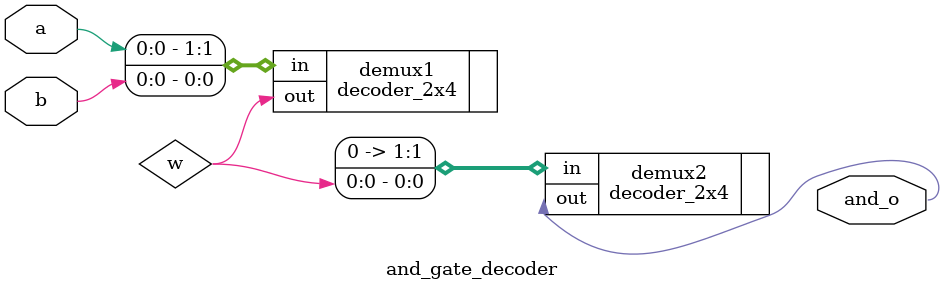
<source format=v>
`timescale 1ns / 1ps
module and_gate_decoder(
 input a,b,
 output and_o
    );
wire w;
decoder_2x4 demux1(.in({a,b}),.out(w));
decoder_2x4 demux2(.in({1'b0,w}),.out(and_o));



endmodule

</source>
